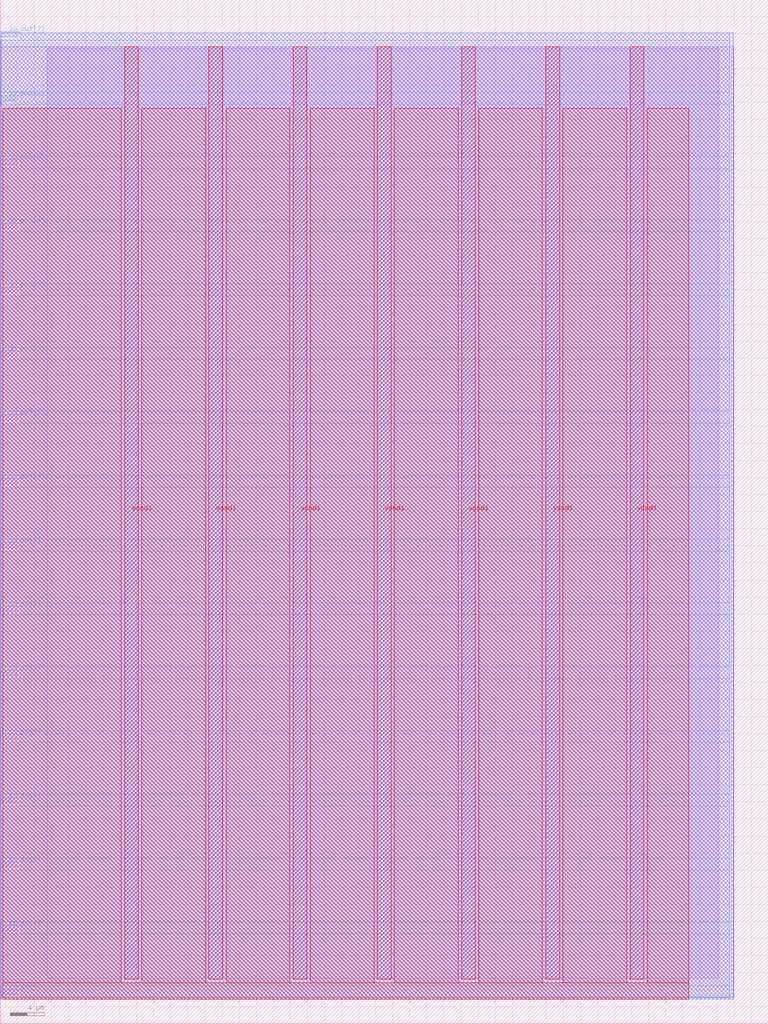
<source format=lef>
VERSION 5.7 ;
  NOWIREEXTENSIONATPIN ON ;
  DIVIDERCHAR "/" ;
  BUSBITCHARS "[]" ;
MACRO chrisruk_matrix
  CLASS BLOCK ;
  FOREIGN chrisruk_matrix ;
  ORIGIN 0.000 0.000 ;
  SIZE 90.000 BY 120.000 ;
  PIN io_in[0]
    DIRECTION INPUT ;
    USE SIGNAL ;
    PORT
      LAYER met3 ;
        RECT 0.000 3.440 2.000 4.040 ;
    END
  END io_in[0]
  PIN io_in[1]
    DIRECTION INPUT ;
    USE SIGNAL ;
    PORT
      LAYER met3 ;
        RECT 0.000 10.920 2.000 11.520 ;
    END
  END io_in[1]
  PIN io_in[2]
    DIRECTION INPUT ;
    USE SIGNAL ;
    PORT
      LAYER met3 ;
        RECT 0.000 18.400 2.000 19.000 ;
    END
  END io_in[2]
  PIN io_in[3]
    DIRECTION INPUT ;
    USE SIGNAL ;
    PORT
      LAYER met3 ;
        RECT 0.000 25.880 2.000 26.480 ;
    END
  END io_in[3]
  PIN io_in[4]
    DIRECTION INPUT ;
    USE SIGNAL ;
    PORT
      LAYER met3 ;
        RECT 0.000 33.360 2.000 33.960 ;
    END
  END io_in[4]
  PIN io_in[5]
    DIRECTION INPUT ;
    USE SIGNAL ;
    PORT
      LAYER met3 ;
        RECT 0.000 40.840 2.000 41.440 ;
    END
  END io_in[5]
  PIN io_in[6]
    DIRECTION INPUT ;
    USE SIGNAL ;
    PORT
      LAYER met3 ;
        RECT 0.000 48.320 2.000 48.920 ;
    END
  END io_in[6]
  PIN io_in[7]
    DIRECTION INPUT ;
    USE SIGNAL ;
    PORT
      LAYER met3 ;
        RECT 0.000 55.800 2.000 56.400 ;
    END
  END io_in[7]
  PIN io_out[0]
    DIRECTION OUTPUT TRISTATE ;
    USE SIGNAL ;
    PORT
      LAYER met3 ;
        RECT 0.000 63.280 2.000 63.880 ;
    END
  END io_out[0]
  PIN io_out[1]
    DIRECTION OUTPUT TRISTATE ;
    USE SIGNAL ;
    PORT
      LAYER met3 ;
        RECT 0.000 70.760 2.000 71.360 ;
    END
  END io_out[1]
  PIN io_out[2]
    DIRECTION OUTPUT TRISTATE ;
    USE SIGNAL ;
    PORT
      LAYER met3 ;
        RECT 0.000 78.240 2.000 78.840 ;
    END
  END io_out[2]
  PIN io_out[3]
    DIRECTION OUTPUT TRISTATE ;
    USE SIGNAL ;
    PORT
      LAYER met3 ;
        RECT 0.000 85.720 2.000 86.320 ;
    END
  END io_out[3]
  PIN io_out[4]
    DIRECTION OUTPUT TRISTATE ;
    USE SIGNAL ;
    PORT
      LAYER met3 ;
        RECT 0.000 93.200 2.000 93.800 ;
    END
  END io_out[4]
  PIN io_out[5]
    DIRECTION OUTPUT TRISTATE ;
    USE SIGNAL ;
    PORT
      LAYER met3 ;
        RECT 0.000 100.680 2.000 101.280 ;
    END
  END io_out[5]
  PIN io_out[6]
    DIRECTION OUTPUT TRISTATE ;
    USE SIGNAL ;
    PORT
      LAYER met3 ;
        RECT 0.000 108.160 2.000 108.760 ;
    END
  END io_out[6]
  PIN io_out[7]
    DIRECTION OUTPUT TRISTATE ;
    USE SIGNAL ;
    PORT
      LAYER met3 ;
        RECT 0.000 115.640 2.000 116.240 ;
    END
  END io_out[7]
  PIN vccd1
    DIRECTION INOUT ;
    USE POWER ;
    PORT
      LAYER met4 ;
        RECT 14.590 5.200 16.190 114.480 ;
    END
    PORT
      LAYER met4 ;
        RECT 34.330 5.200 35.930 114.480 ;
    END
    PORT
      LAYER met4 ;
        RECT 54.070 5.200 55.670 114.480 ;
    END
    PORT
      LAYER met4 ;
        RECT 73.810 5.200 75.410 114.480 ;
    END
  END vccd1
  PIN vssd1
    DIRECTION INOUT ;
    USE GROUND ;
    PORT
      LAYER met4 ;
        RECT 24.460 5.200 26.060 114.480 ;
    END
    PORT
      LAYER met4 ;
        RECT 44.200 5.200 45.800 114.480 ;
    END
    PORT
      LAYER met4 ;
        RECT 63.940 5.200 65.540 114.480 ;
    END
  END vssd1
  OBS
      LAYER li1 ;
        RECT 5.520 5.355 84.180 114.325 ;
      LAYER met1 ;
        RECT 0.070 3.100 85.950 114.480 ;
      LAYER met2 ;
        RECT 0.090 2.875 85.920 116.125 ;
      LAYER met3 ;
        RECT 2.400 115.240 85.495 116.105 ;
        RECT 0.065 109.160 85.495 115.240 ;
        RECT 2.400 107.760 85.495 109.160 ;
        RECT 0.065 101.680 85.495 107.760 ;
        RECT 2.400 100.280 85.495 101.680 ;
        RECT 0.065 94.200 85.495 100.280 ;
        RECT 2.400 92.800 85.495 94.200 ;
        RECT 0.065 86.720 85.495 92.800 ;
        RECT 2.400 85.320 85.495 86.720 ;
        RECT 0.065 79.240 85.495 85.320 ;
        RECT 2.400 77.840 85.495 79.240 ;
        RECT 0.065 71.760 85.495 77.840 ;
        RECT 2.400 70.360 85.495 71.760 ;
        RECT 0.065 64.280 85.495 70.360 ;
        RECT 2.400 62.880 85.495 64.280 ;
        RECT 0.065 56.800 85.495 62.880 ;
        RECT 2.400 55.400 85.495 56.800 ;
        RECT 0.065 49.320 85.495 55.400 ;
        RECT 2.400 47.920 85.495 49.320 ;
        RECT 0.065 41.840 85.495 47.920 ;
        RECT 2.400 40.440 85.495 41.840 ;
        RECT 0.065 34.360 85.495 40.440 ;
        RECT 2.400 32.960 85.495 34.360 ;
        RECT 0.065 26.880 85.495 32.960 ;
        RECT 2.400 25.480 85.495 26.880 ;
        RECT 0.065 19.400 85.495 25.480 ;
        RECT 2.400 18.000 85.495 19.400 ;
        RECT 0.065 11.920 85.495 18.000 ;
        RECT 2.400 10.520 85.495 11.920 ;
        RECT 0.065 4.440 85.495 10.520 ;
        RECT 2.400 3.040 85.495 4.440 ;
        RECT 0.065 2.895 85.495 3.040 ;
      LAYER met4 ;
        RECT 0.295 4.800 14.190 107.265 ;
        RECT 16.590 4.800 24.060 107.265 ;
        RECT 26.460 4.800 33.930 107.265 ;
        RECT 36.330 4.800 43.800 107.265 ;
        RECT 46.200 4.800 53.670 107.265 ;
        RECT 56.070 4.800 63.540 107.265 ;
        RECT 65.940 4.800 73.410 107.265 ;
        RECT 75.810 4.800 80.665 107.265 ;
        RECT 0.295 2.895 80.665 4.800 ;
  END
END chrisruk_matrix
END LIBRARY


</source>
